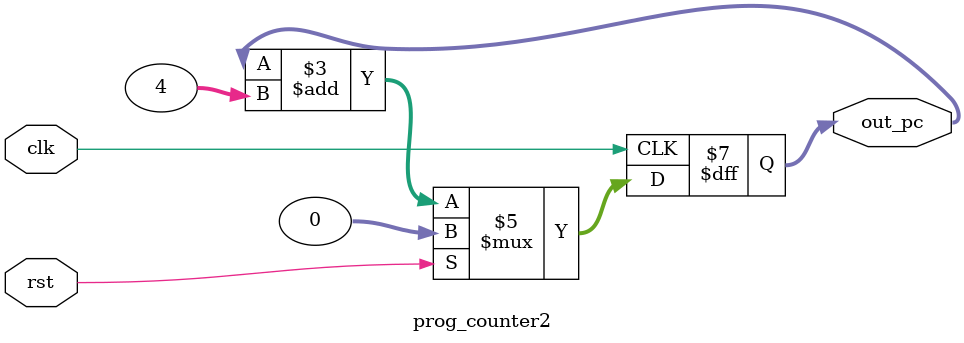
<source format=v>
/**
 * This is written by Zhiyang Ong
 * and Andrew Mattheisen
 * for EE577b Troy WideWord Processor Project
 */

/**
 * Reference:
 * Nestoras Tzartzanis, EE 577B Verilog Example, Jan 25, 1996
 * http://www-scf.usc.edu/~ee577/tutorial/verilog/counter.v
 */


// Behavioral model for the 32-bit program counter
module prog_counter2 (out_pc,rst,clk);

	// Output signals...
	// Incremented value of the program counter
	output [0:31] out_pc;
	
	
	
	
	// ===============================================================
	// Input signals
	// Clock signal for the program counter
	input clk;
	// Reset signal for the program counter
	input rst;
	/**
	 * May also include: branch_offset[n:0], is_branch
	 * Size of branch offset is specified in the Instruction Set
	 * Architecture
	 */
	
	
	
	
	
	// ===============================================================
	// Declare "wire" signals:
	//wire FSM_OUTPUT;
	



	
	// ===============================================================
	// Declare "reg" signals: 
	reg [0:31] out_pc;		// Output signals
	
	
	
	// ===============================================================
	
	always @(posedge clk)
	begin
		// If the reset signal sis set to HIGH
		if(rst==1)
		begin
			// Set its value to ZERO
			out_pc<=32'd0;
		end
		else
		begin
			out_pc<=out_pc+32'd4;
		end
	end
	
	
	
	
endmodule

</source>
